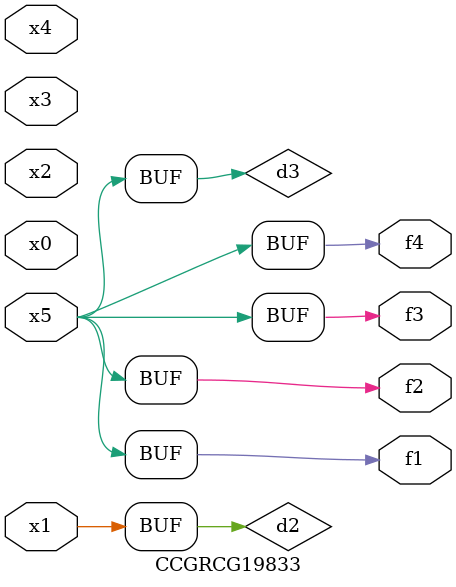
<source format=v>
module CCGRCG19833(
	input x0, x1, x2, x3, x4, x5,
	output f1, f2, f3, f4
);

	wire d1, d2, d3;

	not (d1, x5);
	or (d2, x1);
	xnor (d3, d1);
	assign f1 = d3;
	assign f2 = d3;
	assign f3 = d3;
	assign f4 = d3;
endmodule

</source>
